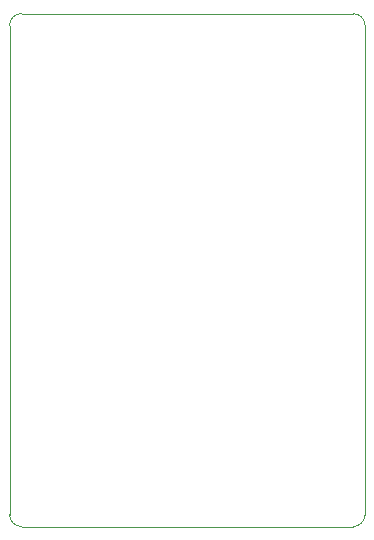
<source format=gbr>
%TF.GenerationSoftware,KiCad,Pcbnew,(5.99.0-7356-g63088e8bdb)*%
%TF.CreationDate,2021-06-15T10:51:39+08:00*%
%TF.ProjectId,AdapterCartdrige,41646170-7465-4724-9361-727464726967,rev?*%
%TF.SameCoordinates,Original*%
%TF.FileFunction,Profile,NP*%
%FSLAX46Y46*%
G04 Gerber Fmt 4.6, Leading zero omitted, Abs format (unit mm)*
G04 Created by KiCad (PCBNEW (5.99.0-7356-g63088e8bdb)) date 2021-06-15 10:51:39*
%MOMM*%
%LPD*%
G01*
G04 APERTURE LIST*
%TA.AperFunction,Profile*%
%ADD10C,0.100000*%
%TD*%
G04 APERTURE END LIST*
D10*
X128651000Y-46482000D02*
X128651000Y-87884000D01*
X98552000Y-46482000D02*
G75*
G02*
X99568000Y-45466000I1016000J0D01*
G01*
X127635000Y-88900000D02*
X99568000Y-88900000D01*
X127635000Y-45466000D02*
G75*
G02*
X128651000Y-46482000I0J-1016000D01*
G01*
X128651000Y-87884000D02*
G75*
G02*
X127635000Y-88900000I-1016000J0D01*
G01*
X99568000Y-88900000D02*
G75*
G02*
X98552000Y-87884000I0J1016000D01*
G01*
X99568000Y-45466000D02*
X127635000Y-45466000D01*
X98552000Y-87884000D02*
X98552000Y-46482000D01*
M02*

</source>
